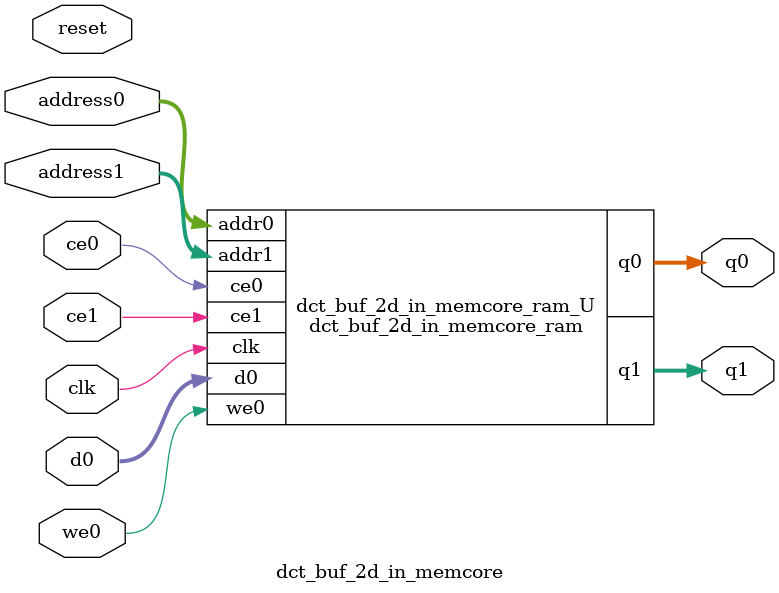
<source format=v>

`timescale 1 ns / 1 ps
module dct_buf_2d_in_memcore_ram (addr0, ce0, d0, we0, q0, addr1, ce1, q1,  clk);

parameter DWIDTH = 16;
parameter AWIDTH = 6;
parameter MEM_SIZE = 64;

input[AWIDTH-1:0] addr0;
input ce0;
input[DWIDTH-1:0] d0;
input we0;
output reg[DWIDTH-1:0] q0;
input[AWIDTH-1:0] addr1;
input ce1;
output reg[DWIDTH-1:0] q1;
input clk;

(* ram_style = "block" *)reg [DWIDTH-1:0] ram[MEM_SIZE-1:0];




always @(posedge clk)  
begin 
    if (ce0) 
    begin
        if (we0) 
        begin 
            ram[addr0] <= d0; 
            q0 <= d0;
        end 
        else 
            q0 <= ram[addr0];
    end
end


always @(posedge clk)  
begin 
    if (ce1) 
    begin
            q1 <= ram[addr1];
    end
end


endmodule


`timescale 1 ns / 1 ps
module dct_buf_2d_in_memcore(
    reset,
    clk,
    address0,
    ce0,
    we0,
    d0,
    q0,
    address1,
    ce1,
    q1);

parameter DataWidth = 32'd16;
parameter AddressRange = 32'd64;
parameter AddressWidth = 32'd6;
input reset;
input clk;
input[AddressWidth - 1:0] address0;
input ce0;
input we0;
input[DataWidth - 1:0] d0;
output[DataWidth - 1:0] q0;
input[AddressWidth - 1:0] address1;
input ce1;
output[DataWidth - 1:0] q1;




dct_buf_2d_in_memcore_ram dct_buf_2d_in_memcore_ram_U(
    .clk( clk ),
    .addr0( address0 ),
    .ce0( ce0 ),
    .d0( d0 ),
    .we0( we0 ),
    .q0( q0 ),
    .addr1( address1 ),
    .ce1( ce1 ),
    .q1( q1 ));

endmodule


</source>
